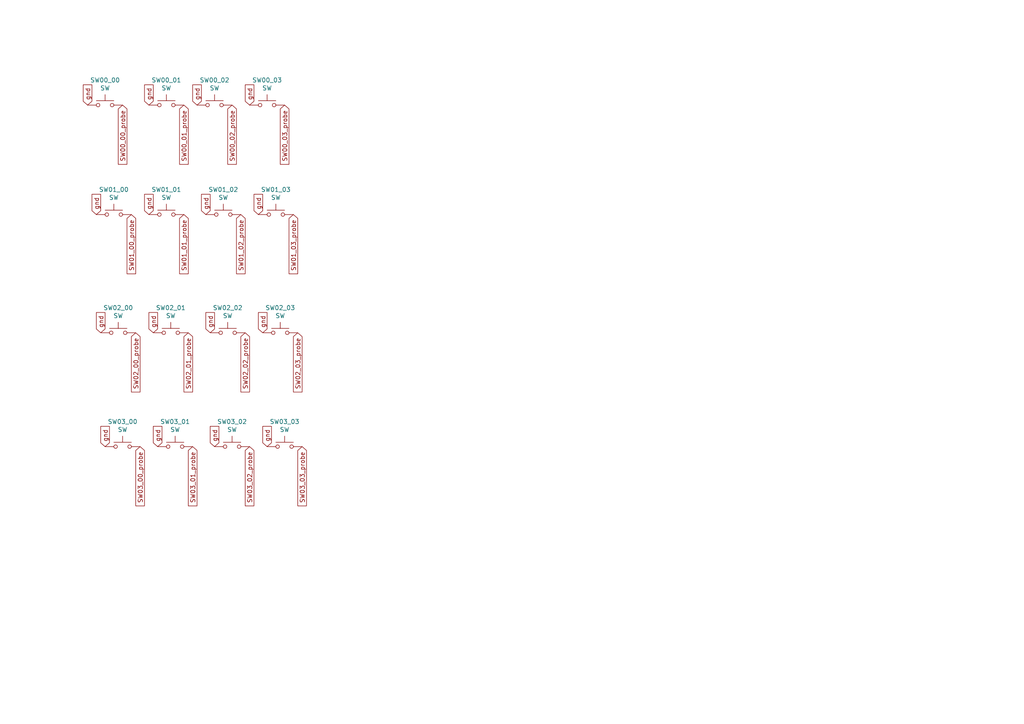
<source format=kicad_sch>
(kicad_sch (version 20230121) (generator eeschema)
  (paper "A4")
  (lib_symbols
    (symbol "Switch:SW_Push" (pin_numbers hide) (pin_names (offset 1.016) hide)
      (property "Reference" "SW" (at 1.27 2.54 0))
      (property "Value" "SW_Push" (at 0 -1.524 0))
      (symbol "SW_Push_0_1"
        (circle (center -2.032 0) (radius 0.508))
        (polyline (pts (xy 0 1.27) (xy 0 3.048)))
        (polyline (pts (xy 2.54 1.27) (xy -2.54 1.27)))
        (circle (center 2.032 0) (radius 0.508))
        (pin passive line (at -5.08 0 0) (length 2.54) (name "1") (number "1"))
        (pin passive line (at 5.08 0 180) (length 2.54) (name "2") (number "2"))
      )
    )
  )
  (global_label "gnd" (shape input) (at 76.2 96.52 90) (property "Intersheetrefs" "${INTERSHEET_REFS}" (effects hide)))
  (global_label "gnd" (shape input) (at 30.48 129.54 90) (property "Intersheetrefs" "${INTERSHEET_REFS}" (effects hide)))
  (global_label "gnd" (shape input) (at 60.96 96.52 90) (property "Intersheetrefs" "${INTERSHEET_REFS}" (effects hide)))
  (global_label "gnd" (shape input) (at 62.23 129.54 90) (property "Intersheetrefs" "${INTERSHEET_REFS}" (effects hide)))
  (global_label "gnd" (shape input) (at 57.15 30.48 90) (property "Intersheetrefs" "${INTERSHEET_REFS}" (effects hide)))
  (global_label "SW02_01_probe" (shape input) (at 54.61 96.52 270) (property "Intersheetrefs" "${INTERSHEET_REFS}" (effects hide)))
  (global_label "SW02_02_probe" (shape input) (at 71.12 96.52 270) (property "Intersheetrefs" "${INTERSHEET_REFS}" (effects hide)))
  (global_label "gnd" (shape input) (at 45.72 129.54 90) (property "Intersheetrefs" "${INTERSHEET_REFS}" (effects hide)))
  (global_label "gnd" (shape input) (at 25.4 30.48 90) (property "Intersheetrefs" "${INTERSHEET_REFS}" (effects hide)))
  (global_label "SW00_03_probe" (shape input) (at 82.55 30.48 270) (property "Intersheetrefs" "${INTERSHEET_REFS}" (effects hide)))
  (global_label "SW01_03_probe" (shape input) (at 85.09 62.23 270) (property "Intersheetrefs" "${INTERSHEET_REFS}" (effects hide)))
  (global_label "SW03_00_probe" (shape input) (at 40.64 129.54 270) (property "Intersheetrefs" "${INTERSHEET_REFS}" (effects hide)))
  (global_label "SW02_03_probe" (shape input) (at 86.36 96.52 270) (property "Intersheetrefs" "${INTERSHEET_REFS}" (effects hide)))
  (global_label "SW03_03_probe" (shape input) (at 87.63 129.54 270) (property "Intersheetrefs" "${INTERSHEET_REFS}" (effects hide)))
  (global_label "gnd" (shape input) (at 59.69 62.23 90) (property "Intersheetrefs" "${INTERSHEET_REFS}" (effects hide)))
  (global_label "SW00_01_probe" (shape input) (at 53.34 30.48 270) (property "Intersheetrefs" "${INTERSHEET_REFS}" (effects hide)))
  (global_label "gnd" (shape input) (at 43.18 62.23 90) (property "Intersheetrefs" "${INTERSHEET_REFS}" (effects hide)))
  (global_label "gnd" (shape input) (at 29.21 96.52 90) (property "Intersheetrefs" "${INTERSHEET_REFS}" (effects hide)))
  (global_label "SW02_00_probe" (shape input) (at 39.37 96.52 270) (property "Intersheetrefs" "${INTERSHEET_REFS}" (effects hide)))
  (global_label "SW03_02_probe" (shape input) (at 72.39 129.54 270) (property "Intersheetrefs" "${INTERSHEET_REFS}" (effects hide)))
  (global_label "gnd" (shape input) (at 74.93 62.23 90) (property "Intersheetrefs" "${INTERSHEET_REFS}" (effects hide)))
  (global_label "SW01_00_probe" (shape input) (at 38.1 62.23 270) (property "Intersheetrefs" "${INTERSHEET_REFS}" (effects hide)))
  (global_label "gnd" (shape input) (at 77.47 129.54 90) (property "Intersheetrefs" "${INTERSHEET_REFS}" (effects hide)))
  (global_label "SW00_02_probe" (shape input) (at 67.31 30.48 270) (property "Intersheetrefs" "${INTERSHEET_REFS}" (effects hide)))
  (global_label "gnd" (shape input) (at 44.45 96.52 90) (property "Intersheetrefs" "${INTERSHEET_REFS}" (effects hide)))
  (global_label "SW03_01_probe" (shape input) (at 55.88 129.54 270) (property "Intersheetrefs" "${INTERSHEET_REFS}" (effects hide)))
  (global_label "gnd" (shape input) (at 72.39 30.48 90) (property "Intersheetrefs" "${INTERSHEET_REFS}" (effects hide)))
  (global_label "SW01_01_probe" (shape input) (at 53.34 62.23 270) (property "Intersheetrefs" "${INTERSHEET_REFS}" (effects hide)))
  (global_label "SW01_02_probe" (shape input) (at 69.85 62.23 270) (property "Intersheetrefs" "${INTERSHEET_REFS}" (effects hide)))
  (global_label "gnd" (shape input) (at 43.18 30.48 90) (property "Intersheetrefs" "${INTERSHEET_REFS}" (effects hide)))
  (global_label "SW00_00_probe" (shape input) (at 35.56 30.48 270) (property "Intersheetrefs" "${INTERSHEET_REFS}" (effects hide)))
  (global_label "gnd" (shape input) (at 27.94 62.23 90) (property "Intersheetrefs" "${INTERSHEET_REFS}" (effects hide)))
  (symbol (lib_id "Switch:SW_Push") (at 30.48 30.48 0) (unit 1)
    (property "Reference" "SW00_00" (at 30.48 23.241 0))
    (property "Value" "SW" (at 30.48 25.5524 0))
    (property "Footprint" "Buttons_Switches_THT:SW_PUSH_6mm_h9.5mm" (effects hide))
  )
  (symbol (lib_id "Switch:SW_Push") (at 48.26 30.48 0) (unit 1)
    (property "Reference" "SW00_01" (at 48.26 23.241 0))
    (property "Value" "SW" (at 48.26 25.5524 0))
    (property "Footprint" "Buttons_Switches_THT:SW_PUSH_6mm_h9.5mm" (effects hide))
  )
  (symbol (lib_id "Switch:SW_Push") (at 62.23 30.48 0) (unit 1)
    (property "Reference" "SW00_02" (at 62.23 23.241 0))
    (property "Value" "SW" (at 62.23 25.5524 0))
    (property "Footprint" "Buttons_Switches_THT:SW_PUSH_6mm_h9.5mm" (effects hide))
  )
  (symbol (lib_id "Switch:SW_Push") (at 77.47 30.48 0) (unit 1)
    (property "Reference" "SW00_03" (at 77.47 23.241 0))
    (property "Value" "SW" (at 77.47 25.5524 0))
    (property "Footprint" "Buttons_Switches_THT:SW_PUSH_6mm_h9.5mm" (effects hide))
  )
  (symbol (lib_id "Switch:SW_Push") (at 33.02 62.23 0) (unit 1)
    (property "Reference" "SW01_00" (at 33.02 54.991 0))
    (property "Value" "SW" (at 33.02 57.3024 0))
    (property "Footprint" "Buttons_Switches_THT:SW_PUSH_6mm_h9.5mm" (effects hide))
  )
  (symbol (lib_id "Switch:SW_Push") (at 48.26 62.23 0) (unit 1)
    (property "Reference" "SW01_01" (at 48.26 54.991 0))
    (property "Value" "SW" (at 48.26 57.3024 0))
    (property "Footprint" "Buttons_Switches_THT:SW_PUSH_6mm_h9.5mm" (effects hide))
  )
  (symbol (lib_id "Switch:SW_Push") (at 64.77 62.23 0) (unit 1)
    (property "Reference" "SW01_02" (at 64.77 54.991 0))
    (property "Value" "SW" (at 64.77 57.3024 0))
    (property "Footprint" "Buttons_Switches_THT:SW_PUSH_6mm_h9.5mm" (effects hide))
  )
  (symbol (lib_id "Switch:SW_Push") (at 80.01 62.23 0) (unit 1)
    (property "Reference" "SW01_03" (at 80.01 54.991 0))
    (property "Value" "SW" (at 80.01 57.3024 0))
    (property "Footprint" "Buttons_Switches_THT:SW_PUSH_6mm_h9.5mm" (effects hide))
  )
  (symbol (lib_id "Switch:SW_Push") (at 34.29 96.52 0) (unit 1)
    (property "Reference" "SW02_00" (at 34.29 89.281 0))
    (property "Value" "SW" (at 34.29 91.5924 0))
    (property "Footprint" "Buttons_Switches_THT:SW_PUSH_6mm_h9.5mm" (effects hide))
  )
  (symbol (lib_id "Switch:SW_Push") (at 49.53 96.52 0) (unit 1)
    (property "Reference" "SW02_01" (at 49.53 89.281 0))
    (property "Value" "SW" (at 49.53 91.5924 0))
    (property "Footprint" "Buttons_Switches_THT:SW_PUSH_6mm_h9.5mm" (effects hide))
  )
  (symbol (lib_id "Switch:SW_Push") (at 66.04 96.52 0) (unit 1)
    (property "Reference" "SW02_02" (at 66.04 89.281 0))
    (property "Value" "SW" (at 66.04 91.5924 0))
    (property "Footprint" "Buttons_Switches_THT:SW_PUSH_6mm_h9.5mm" (effects hide))
  )
  (symbol (lib_id "Switch:SW_Push") (at 81.28 96.52 0) (unit 1)
    (property "Reference" "SW02_03" (at 81.28 89.281 0))
    (property "Value" "SW" (at 81.28 91.5924 0))
    (property "Footprint" "Buttons_Switches_THT:SW_PUSH_6mm_h9.5mm" (effects hide))
  )
  (symbol (lib_id "Switch:SW_Push") (at 35.56 129.54 0) (unit 1)
    (property "Reference" "SW03_00" (at 35.56 122.301 0))
    (property "Value" "SW" (at 35.56 124.6124 0))
    (property "Footprint" "Buttons_Switches_THT:SW_PUSH_6mm_h9.5mm" (effects hide))
  )
  (symbol (lib_id "Switch:SW_Push") (at 50.8 129.54 0) (unit 1)
    (property "Reference" "SW03_01" (at 50.8 122.301 0))
    (property "Value" "SW" (at 50.8 124.6124 0))
    (property "Footprint" "Buttons_Switches_THT:SW_PUSH_6mm_h9.5mm" (effects hide))
  )
  (symbol (lib_id "Switch:SW_Push") (at 67.31 129.54 0) (unit 1)
    (property "Reference" "SW03_02" (at 67.31 122.301 0))
    (property "Value" "SW" (at 67.31 124.6124 0))
    (property "Footprint" "Buttons_Switches_THT:SW_PUSH_6mm_h9.5mm" (effects hide))
  )
  (symbol (lib_id "Switch:SW_Push") (at 82.55 129.54 0) (unit 1)
    (property "Reference" "SW03_03" (at 82.55 122.301 0))
    (property "Value" "SW" (at 82.55 124.6124 0))
    (property "Footprint" "Buttons_Switches_THT:SW_PUSH_6mm_h9.5mm" (effects hide))
  )
)
</source>
